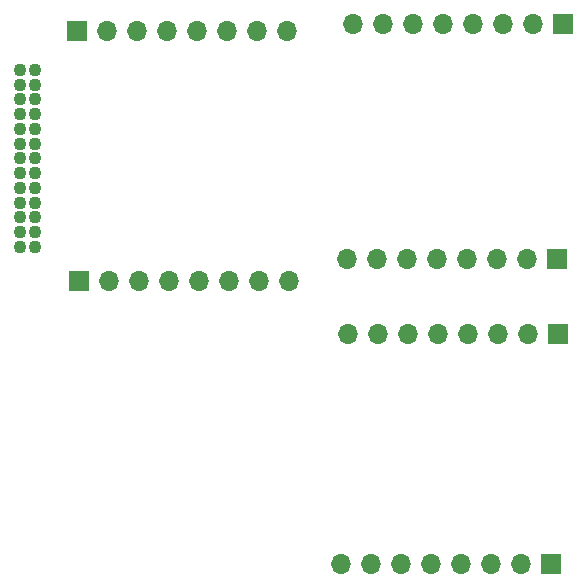
<source format=gbr>
%TF.GenerationSoftware,KiCad,Pcbnew,(5.1.10)-1*%
%TF.CreationDate,2022-12-01T07:09:03-06:00*%
%TF.ProjectId,perovskite_routing_board,7065726f-7673-46b6-9974-655f726f7574,A*%
%TF.SameCoordinates,Original*%
%TF.FileFunction,Soldermask,Bot*%
%TF.FilePolarity,Negative*%
%FSLAX46Y46*%
G04 Gerber Fmt 4.6, Leading zero omitted, Abs format (unit mm)*
G04 Created by KiCad (PCBNEW (5.1.10)-1) date 2022-12-01 07:09:03*
%MOMM*%
%LPD*%
G01*
G04 APERTURE LIST*
%ADD10C,1.100000*%
%ADD11O,1.700000X1.700000*%
%ADD12R,1.700000X1.700000*%
G04 APERTURE END LIST*
D10*
%TO.C,J7*%
X119354600Y-97981800D03*
X119354600Y-96731800D03*
X119354600Y-95481800D03*
X119354600Y-94231800D03*
X119354600Y-92981800D03*
X119354600Y-91731800D03*
X119354600Y-90481800D03*
X119354600Y-89231800D03*
X119354600Y-87981800D03*
X119354600Y-86731800D03*
X119354600Y-85481800D03*
X119354600Y-84231800D03*
X119354600Y-82981800D03*
X120604600Y-97981800D03*
X120604600Y-96731800D03*
X120604600Y-95481800D03*
X120604600Y-94231800D03*
X120604600Y-92981800D03*
X120604600Y-91731800D03*
X120604600Y-90481800D03*
X120604600Y-89231800D03*
X120604600Y-87981800D03*
X120604600Y-86731800D03*
X120604600Y-85481800D03*
X120604600Y-84231800D03*
X120604600Y-82981800D03*
%TD*%
D11*
%TO.C,J5*%
X146456400Y-124815600D03*
X148996400Y-124815600D03*
X151536400Y-124815600D03*
X154076400Y-124815600D03*
X156616400Y-124815600D03*
X159156400Y-124815600D03*
X161696400Y-124815600D03*
D12*
X164236400Y-124815600D03*
%TD*%
%TO.C,J4*%
X164744400Y-99009200D03*
D11*
X162204400Y-99009200D03*
X159664400Y-99009200D03*
X157124400Y-99009200D03*
X154584400Y-99009200D03*
X152044400Y-99009200D03*
X149504400Y-99009200D03*
X146964400Y-99009200D03*
%TD*%
D12*
%TO.C,J2*%
X124104400Y-79730600D03*
D11*
X126644400Y-79730600D03*
X129184400Y-79730600D03*
X131724400Y-79730600D03*
X134264400Y-79730600D03*
X136804400Y-79730600D03*
X139344400Y-79730600D03*
X141884400Y-79730600D03*
%TD*%
%TO.C,J3*%
X147523200Y-79070200D03*
X150063200Y-79070200D03*
X152603200Y-79070200D03*
X155143200Y-79070200D03*
X157683200Y-79070200D03*
X160223200Y-79070200D03*
X162763200Y-79070200D03*
D12*
X165303200Y-79070200D03*
%TD*%
%TO.C,J6*%
X164871400Y-105308400D03*
D11*
X162331400Y-105308400D03*
X159791400Y-105308400D03*
X157251400Y-105308400D03*
X154711400Y-105308400D03*
X152171400Y-105308400D03*
X149631400Y-105308400D03*
X147091400Y-105308400D03*
%TD*%
D12*
%TO.C,J1*%
X124269500Y-100901500D03*
D11*
X126809500Y-100901500D03*
X129349500Y-100901500D03*
X131889500Y-100901500D03*
X134429500Y-100901500D03*
X136969500Y-100901500D03*
X139509500Y-100901500D03*
X142049500Y-100901500D03*
%TD*%
M02*

</source>
